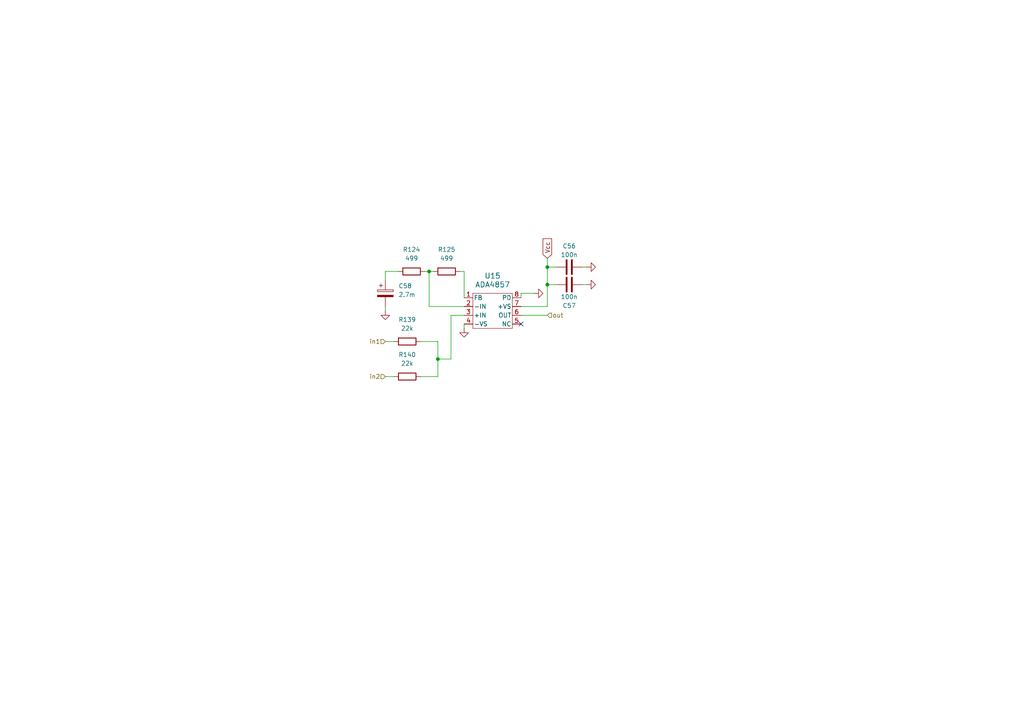
<source format=kicad_sch>
(kicad_sch (version 20250114) (generator "eeschema") (generator_version "9.0")
  (paper "A4")
  (lib_symbols
    (symbol "ADA4857-1YRZ_6" (pin_names (offset 0.254))
      (property "Reference" "U" (at 13.462 5.588 0))
      (property "Value" "ADA4857" (at 13.462 3.048 0))
      (symbol "ADA4857-1YRZ_6_0_1"
        (polyline (pts (xy 7.62 1.27) (xy 7.62 -8.89)) (stroke (width 0.127)))
        (polyline (pts (xy 7.62 -8.89) (xy 19.05 -8.89)) (stroke (width 0.127)))
        (polyline (pts (xy 19.05 1.27) (xy 7.62 1.27)) (stroke (width 0.127)))
        (polyline (pts (xy 19.05 -8.89) (xy 19.05 1.27)) (stroke (width 0.127)))
        (pin unspecified line (at 5.08 0 0) (length 2.54) (name "FB") (number "1"))
        (pin unspecified line (at 5.08 -2.54 0) (length 2.54) (name "-IN") (number "2"))
        (pin unspecified line (at 5.08 -5.08 0) (length 2.54) (name "+IN") (number "3"))
        (pin unspecified line (at 5.08 -7.62 0) (length 2.54) (name "-VS") (number "4"))
        (pin unspecified line (at 21.59 0 180) (length 2.54) (name "PD") (number "8"))
        (pin unspecified line (at 21.59 -2.54 180) (length 2.54) (name "+VS") (number "7"))
        (pin unspecified line (at 21.59 -5.08 180) (length 2.54) (name "OUT") (number "6"))
        (pin unspecified line (at 21.59 -7.62 180) (length 2.54) (name "NC") (number "5"))
      )
    )
    (symbol "Device:C" (pin_numbers (hide yes)) (pin_names (offset 0.254))
      (property "Reference" "C" (at 0.635 2.54 0))
      (property "Value" "C" (at 0.635 -2.54 0))
      (symbol "C_0_1"
        (polyline (pts (xy -2.032 0.762) (xy 2.032 0.762)) (stroke (width 0.508)))
        (polyline (pts (xy -2.032 -0.762) (xy 2.032 -0.762)) (stroke (width 0.508)))
      )
      (symbol "C_1_1"
        (pin passive line (at 0 3.81 270) (length 2.794) (name "~") (number "1"))
        (pin passive line (at 0 -3.81 90) (length 2.794) (name "~") (number "2"))
      )
    )
    (symbol "Device:C_Polarized" (pin_numbers (hide yes)) (pin_names (offset 0.254))
      (property "Reference" "C" (at 0.635 2.54 0))
      (property "Value" "C_Polarized" (at 0.635 -2.54 0))
      (symbol "C_Polarized_0_1"
        (rectangle (start -2.286 0.508) (end 2.286 1.016))
        (polyline (pts (xy -1.778 2.286) (xy -0.762 2.286)))
        (polyline (pts (xy -1.27 2.794) (xy -1.27 1.778)))
        (rectangle (start 2.286 -0.508) (end -2.286 -1.016) (fill (type outline)))
      )
      (symbol "C_Polarized_1_1"
        (pin passive line (at 0 3.81 270) (length 2.794) (name "~") (number "1"))
        (pin passive line (at 0 -3.81 90) (length 2.794) (name "~") (number "2"))
      )
    )
    (symbol "Device:R" (pin_numbers (hide yes)) (pin_names (offset 0))
      (property "Reference" "R" (at 2.032 0 90))
      (property "Value" "R" (at 0 0 90))
      (symbol "R_0_1"
        (rectangle (start -1.016 -2.54) (end 1.016 2.54) (stroke (width 0.254)))
      )
      (symbol "R_1_1"
        (pin passive line (at 0 3.81 270) (length 1.27) (name "~") (number "1"))
        (pin passive line (at 0 -3.81 90) (length 1.27) (name "~") (number "2"))
      )
    )
    (symbol "power:GND" (power) (pin_numbers (hide yes)) (pin_names (offset 0) (hide yes))
      (property "Value" "GND" (at 0 -3.81 0))
      (symbol "GND_0_1"
        (polyline (pts (xy 0 0) (xy 0 -1.27) (xy 1.27 -1.27) (xy 0 -2.54) (xy -1.27 -1.27) (xy 0 -1.27)))
      )
      (symbol "GND_1_1"
        (pin power_in line (at 0 0 270) (length 0) (name "~") (number "1"))
      )
    )
  )
  (junction (at 127 104.14))
  (junction (at 158.75 82.55))
  (junction (at 124.46 78.74))
  (junction (at 158.75 77.47))
  (no_connect (at 151.13 93.98))
  (wire (pts (xy 158.75 77.47) (xy 161.29 77.47)))
  (wire (pts (xy 127 104.14) (xy 130.81 104.14)))
  (wire (pts (xy 158.75 77.47) (xy 158.75 82.55)))
  (wire (pts (xy 121.92 99.06) (xy 127 99.06)))
  (wire (pts (xy 121.92 109.22) (xy 127 109.22)))
  (wire (pts (xy 127 99.06) (xy 127 104.14)))
  (wire (pts (xy 130.81 91.44) (xy 130.81 104.14)))
  (wire (pts (xy 158.75 82.55) (xy 161.29 82.55)))
  (wire (pts (xy 134.62 88.9) (xy 124.46 88.9)))
  (wire (pts (xy 130.81 91.44) (xy 134.62 91.44)))
  (wire (pts (xy 158.75 74.93) (xy 158.75 77.47)))
  (wire (pts (xy 158.75 82.55) (xy 158.75 88.9)))
  (wire (pts (xy 133.35 78.74) (xy 134.62 78.74)))
  (wire (pts (xy 124.46 88.9) (xy 124.46 78.74)))
  (wire (pts (xy 151.13 91.44) (xy 158.75 91.44)))
  (wire (pts (xy 123.19 78.74) (xy 124.46 78.74)))
  (wire (pts (xy 168.91 82.55) (xy 170.18 82.55)))
  (wire (pts (xy 158.75 88.9) (xy 151.13 88.9)))
  (wire (pts (xy 134.62 93.98) (xy 134.62 95.25)))
  (wire (pts (xy 151.13 86.36) (xy 151.13 85.09)))
  (wire (pts (xy 127 104.14) (xy 127 109.22)))
  (wire (pts (xy 124.46 78.74) (xy 125.73 78.74)))
  (wire (pts (xy 111.76 99.06) (xy 114.3 99.06)))
  (wire (pts (xy 111.76 109.22) (xy 114.3 109.22)))
  (wire (pts (xy 168.91 77.47) (xy 170.18 77.47)))
  (wire (pts (xy 111.76 78.74) (xy 115.57 78.74)))
  (wire (pts (xy 151.13 85.09) (xy 154.94 85.09)))
  (wire (pts (xy 111.76 78.74) (xy 111.76 81.28)))
  (wire (pts (xy 111.76 88.9) (xy 111.76 90.17)))
  (wire (pts (xy 134.62 86.36) (xy 134.62 78.74)))
  (global_label "Vcc" (shape input) (at 158.75 74.93 90) (property "Intersheetrefs" "${INTERSHEET_REFS}" (effects (hide yes))))
  (hierarchical_label "in2" (shape input) (at 111.76 109.22 180))
  (hierarchical_label "in1" (shape input) (at 111.76 99.06 180))
  (hierarchical_label "out" (shape input) (at 158.75 91.44 0))
  (symbol (lib_id "power:GND") (at 134.62 95.25 0) (unit 1)
    (property "Reference" "#PWR0125" (effects (hide yes)))
    (property "Value" "GND" (effects (hide yes)))
    (property "Description" "Power symbol creates a global label with name \"GND\" , ground" (effects (hide yes)))
    (instances (project "teensytx" (path "" (reference "#PWR061") (unit 1)) (path "" (reference "#PWR0125") (unit 1))))
  )
  (symbol (lib_id "power:GND") (at 154.94 85.09 90) (unit 1)
    (property "Reference" "#PWR0122" (effects (hide yes)))
    (property "Value" "GND" (effects (hide yes)))
    (property "Description" "Power symbol creates a global label with name \"GND\" , ground" (effects (hide yes)))
    (instances (project "teensytx" (path "" (reference "#PWR057") (unit 1)) (path "" (reference "#PWR0122") (unit 1))))
  )
  (symbol (lib_id "power:GND") (at 111.76 90.17 0) (unit 1)
    (property "Reference" "#PWR0126" (effects (hide yes)))
    (property "Value" "GND" (effects (hide yes)))
    (property "Description" "Power symbol creates a global label with name \"GND\" , ground" (effects (hide yes)))
    (instances (project "teensytx" (path "" (reference "#PWR060") (unit 1)) (path "" (reference "#PWR0126") (unit 1))))
  )
  (symbol (lib_id "Device:R") (at 118.11 99.06 90) (unit 1)
    (property "Reference" "R130" (at 118.11 92.71 90))
    (property "Value" "22k" (at 118.11 95.25 90))
    (property "Footprint" "Resistor_SMD:R_0805_2012Metric_Pad1.20x1.40mm_HandSolder" (effects (hide yes)))
    (property "Description" "Resistor" (effects (hide yes)))
    (instances (project "teensytx" (path "" (reference "R139") (unit 1)) (path "" (reference "R130") (unit 1))))
  )
  (symbol (lib_id "power:GND") (at 170.18 82.55 90) (unit 1)
    (property "Reference" "#PWR0123" (effects (hide yes)))
    (property "Value" "GND" (effects (hide yes)))
    (property "Description" "Power symbol creates a global label with name \"GND\" , ground" (effects (hide yes)))
    (instances (project "teensytx" (path "" (reference "#PWR056") (unit 1)) (path "" (reference "#PWR0123") (unit 1))))
  )
  (symbol (lib_id "Device:C") (at 165.1 77.47 90) (unit 1)
    (property "Reference" "C1" (at 165.1 71.374 90))
    (property "Value" "100n" (at 165.1 73.914 90))
    (property "Footprint" "Capacitor_SMD:C_0805_2012Metric_Pad1.18x1.45mm_HandSolder" (effects (hide yes)))
    (property "Description" "Unpolarized capacitor" (effects (hide yes)))
    (instances (project "teensytx" (path "" (reference "C56") (unit 1)) (path "" (reference "C1") (unit 1))))
  )
  (symbol (lib_id "Device:C_Polarized") (at 111.76 85.09 0) (unit 1)
    (property "Reference" "C3" (at 115.57 82.9309 0) (effects (justify left)))
    (property "Value" "2.7m" (at 115.57 85.4709 0) (effects (justify left)))
    (property "Footprint" "Capacitor_THT:CP_Radial_D10.0mm_P5.00mm" (effects (hide yes)))
    (property "Description" "Polarized capacitor" (effects (hide yes)))
    (instances (project "" (path "" (reference "C58") (unit 1)) (path "" (reference "C3") (unit 1))))
  )
  (symbol (lib_id "Device:R") (at 119.38 78.74 90) (unit 1)
    (property "Reference" "R97" (at 119.38 72.39 90))
    (property "Value" "499" (at 119.38 74.93 90))
    (property "Footprint" "Resistor_SMD:R_0805_2012Metric_Pad1.20x1.40mm_HandSolder" (effects (hide yes)))
    (property "Description" "Resistor" (effects (hide yes)))
    (instances (project "teensytx" (path "" (reference "R124") (unit 1)) (path "" (reference "R97") (unit 1))))
  )
  (symbol (lib_id "power:GND") (at 170.18 77.47 90) (unit 1)
    (property "Reference" "#PWR0124" (effects (hide yes)))
    (property "Value" "GND" (effects (hide yes)))
    (property "Description" "Power symbol creates a global label with name \"GND\" , ground" (effects (hide yes)))
    (instances (project "teensytx" (path "" (reference "#PWR055") (unit 1)) (path "" (reference "#PWR0124") (unit 1))))
  )
  (symbol (lib_id "Device:R") (at 118.11 109.22 90) (unit 1)
    (property "Reference" "R131" (at 118.11 102.87 90))
    (property "Value" "22k" (at 118.11 105.41 90))
    (property "Footprint" "Resistor_SMD:R_0805_2012Metric_Pad1.20x1.40mm_HandSolder" (effects (hide yes)))
    (property "Description" "Resistor" (effects (hide yes)))
    (instances (project "teensytx" (path "" (reference "R140") (unit 1)) (path "" (reference "R131") (unit 1))))
  )
  (symbol (lib_id "Device:C") (at 165.1 82.55 90) (mirror x) (unit 1)
    (property "Reference" "C2" (at 165.1 88.646 90))
    (property "Value" "100n" (at 165.1 86.106 90))
    (property "Footprint" "Capacitor_SMD:C_0805_2012Metric_Pad1.18x1.45mm_HandSolder" (effects (hide yes)))
    (property "Description" "Unpolarized capacitor" (effects (hide yes)))
    (instances (project "teensytx" (path "" (reference "C57") (unit 1)) (path "" (reference "C2") (unit 1))))
  )
  (symbol (lib_name "ADA4857-1YRZ_6") (lib_id "ADA4857:ADA4857-1YRZ") (at 129.54 86.36 0) (unit 1)
    (property "Reference" "U1" (at 142.875 80.01 0) (effects (font (size 1.524 1.524))))
    (property "Value" "ADA4857" (at 142.875 82.55 0) (effects (font (size 1.524 1.524))))
    (property "Footprint" "ADA4857:R_8_ADI" (effects (hide yes)))
    (property "Datasheet" "ADA4857-1YRZ" (effects (hide yes)))
    (instances (project "teensytx" (path "" (reference "U15") (unit 1)) (path "" (reference "U1") (unit 1))))
  )
  (symbol (lib_id "Device:R") (at 129.54 78.74 90) (unit 1)
    (property "Reference" "R98" (at 129.54 72.39 90))
    (property "Value" "499" (at 129.54 74.93 90))
    (property "Footprint" "Resistor_SMD:R_0805_2012Metric_Pad1.20x1.40mm_HandSolder" (effects (hide yes)))
    (property "Description" "Resistor" (effects (hide yes)))
    (instances (project "teensytx" (path "" (reference "R125") (unit 1)) (path "" (reference "R98") (unit 1))))
  )
)
</source>
